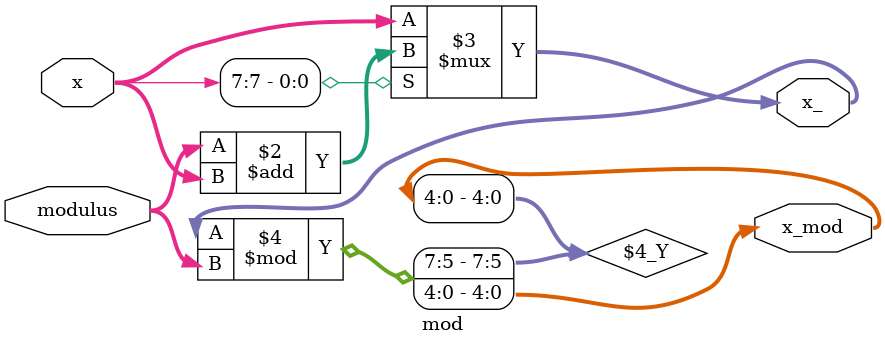
<source format=v>
module mod
    (
     input wire [7:0] x,
     input wire [7:0] modulus,
     output wire [7:0] x_,
     output wire [4:0] x_mod
    );

    // Two's comp
    assign x_ = (x[7] == 1) ? modulus + x : x;

    assign x_mod = x_ % modulus;
endmodule

</source>
